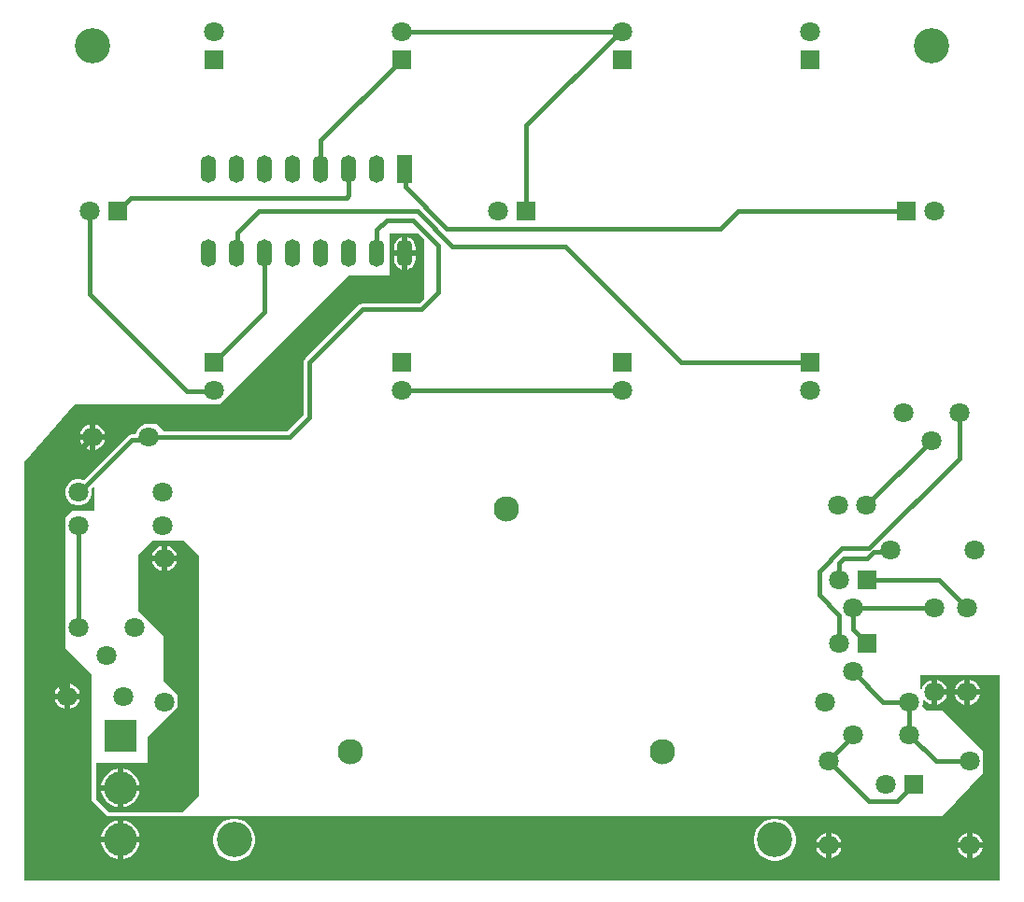
<source format=gtl>
G04*
G04 #@! TF.GenerationSoftware,Altium Limited,Altium Designer,22.1.2 (22)*
G04*
G04 Layer_Physical_Order=1*
G04 Layer_Color=255*
%FSLAX25Y25*%
%MOIN*%
G70*
G04*
G04 #@! TF.SameCoordinates,0AB73392-B4F8-4B41-AFD0-4ADCA8AC720B*
G04*
G04*
G04 #@! TF.FilePolarity,Positive*
G04*
G01*
G75*
%ADD13C,0.01575*%
%ADD23C,0.02362*%
%ADD24R,0.07087X0.07087*%
%ADD25C,0.07087*%
%ADD26R,0.07087X0.07087*%
%ADD27R,0.11811X0.11811*%
%ADD28C,0.11811*%
%ADD29C,0.12598*%
%ADD30C,0.09055*%
%ADD31R,0.05512X0.09843*%
%ADD32O,0.05512X0.09843*%
G36*
X143701Y230233D02*
Y208744D01*
X142082Y207125D01*
X121653D01*
X120886Y206972D01*
X120234Y206537D01*
X101337Y187640D01*
X100902Y186988D01*
X100749Y186221D01*
Y167367D01*
X94838Y161456D01*
X51143D01*
X48425Y164173D01*
X43701D01*
X43252Y163645D01*
X42532Y163229D01*
X41653Y162350D01*
X41031Y161272D01*
X40935Y160916D01*
X40525Y160432D01*
X39528D01*
X38759Y160280D01*
X38108Y159844D01*
X22367Y144103D01*
X22257Y144166D01*
X21055Y144488D01*
X19811D01*
X18609Y144166D01*
X17532Y143544D01*
X16653Y142665D01*
X16031Y141587D01*
X15709Y140386D01*
Y139142D01*
X16031Y137940D01*
X16653Y136863D01*
X17532Y135983D01*
X18609Y135361D01*
X19811Y135039D01*
X21055D01*
X22257Y135361D01*
X23334Y135983D01*
X24214Y136863D01*
X24836Y137940D01*
X25157Y139142D01*
Y140386D01*
X24982Y141041D01*
X25522Y141581D01*
X25984Y141390D01*
Y133071D01*
X18110D01*
X14961Y129921D01*
Y85039D01*
X25197Y74803D01*
Y29528D01*
X30709Y24016D01*
X328740D01*
X343307Y39370D01*
Y47244D01*
X328740Y61811D01*
X323228D01*
X321452Y63587D01*
X321654Y64339D01*
Y65499D01*
X321685Y65518D01*
X322152Y65636D01*
X322998Y64790D01*
X324034Y64192D01*
X324787Y63990D01*
Y68425D01*
Y72861D01*
X324034Y72659D01*
X322998Y72061D01*
X322152Y71215D01*
X321554Y70179D01*
X321366Y69479D01*
X320866Y69545D01*
Y74410D01*
X349213D01*
Y1181D01*
X1181D01*
X1181Y150471D01*
X19225Y171260D01*
X70866D01*
X116929Y217323D01*
X131496D01*
Y232252D01*
X141681D01*
X143701Y230233D01*
D02*
G37*
G36*
X63386Y117323D02*
Y31496D01*
X57480Y25591D01*
X31496D01*
X26772Y30315D01*
Y43307D01*
X45276D01*
Y52362D01*
X55905Y62992D01*
Y67323D01*
X50787Y72441D01*
Y88583D01*
X41732Y97638D01*
Y117323D01*
X46850Y122441D01*
X58268D01*
X63386Y117323D01*
D02*
G37*
%LPC*%
G36*
X137969Y230974D02*
Y226157D01*
X140757D01*
Y227323D01*
X140628Y228303D01*
X140249Y229217D01*
X139647Y230002D01*
X138863Y230604D01*
X137969Y230974D01*
D02*
G37*
G36*
X135968Y230974D02*
X135074Y230604D01*
X134290Y230002D01*
X133688Y229217D01*
X133309Y228303D01*
X133180Y227323D01*
Y226157D01*
X135968D01*
Y230974D01*
D02*
G37*
G36*
X140757Y224158D02*
X137969D01*
Y219341D01*
X138863Y219711D01*
X139647Y220313D01*
X140249Y221098D01*
X140628Y222012D01*
X140757Y222992D01*
Y224158D01*
D02*
G37*
G36*
X135968D02*
X133180D01*
Y222992D01*
X133309Y222012D01*
X133688Y221098D01*
X134290Y220313D01*
X135074Y219711D01*
X135968Y219341D01*
Y224158D01*
D02*
G37*
G36*
X26433Y163884D02*
Y160449D01*
X29869D01*
X29667Y161203D01*
X29069Y162239D01*
X28223Y163084D01*
X27187Y163682D01*
X26433Y163884D01*
D02*
G37*
G36*
X24433Y163884D02*
X23679Y163682D01*
X22643Y163084D01*
X21798Y162239D01*
X21199Y161203D01*
X20997Y160449D01*
X24433D01*
Y163884D01*
D02*
G37*
G36*
X29869Y158449D02*
X26433D01*
Y155013D01*
X27187Y155215D01*
X28223Y155813D01*
X29069Y156659D01*
X29667Y157695D01*
X29869Y158449D01*
D02*
G37*
G36*
X24433D02*
X20998D01*
X21199Y157695D01*
X21798Y156659D01*
X22643Y155813D01*
X23679Y155215D01*
X24433Y155013D01*
Y158449D01*
D02*
G37*
G36*
X338598Y72861D02*
Y69425D01*
X342034D01*
X341832Y70179D01*
X341234Y71215D01*
X340388Y72061D01*
X339352Y72659D01*
X338598Y72861D01*
D02*
G37*
G36*
X336598Y72861D02*
X335845Y72659D01*
X334809Y72061D01*
X333963Y71215D01*
X333365Y70179D01*
X333163Y69425D01*
X336598D01*
Y72861D01*
D02*
G37*
G36*
X326787Y72861D02*
Y69425D01*
X330223D01*
X330021Y70179D01*
X329423Y71215D01*
X328577Y72061D01*
X327541Y72659D01*
X326787Y72861D01*
D02*
G37*
G36*
X17417Y71365D02*
Y67929D01*
X20853D01*
X20651Y68683D01*
X20053Y69719D01*
X19207Y70565D01*
X18171Y71163D01*
X17417Y71365D01*
D02*
G37*
G36*
X15417Y71365D02*
X14664Y71163D01*
X13628Y70565D01*
X12782Y69719D01*
X12184Y68683D01*
X11982Y67929D01*
X15417D01*
Y71365D01*
D02*
G37*
G36*
X342034Y67425D02*
X338598D01*
Y63990D01*
X339352Y64192D01*
X340388Y64790D01*
X341234Y65636D01*
X341832Y66672D01*
X342034Y67425D01*
D02*
G37*
G36*
X330223Y67425D02*
X326787D01*
Y63990D01*
X327541Y64192D01*
X328577Y64790D01*
X329423Y65636D01*
X330021Y66672D01*
X330223Y67425D01*
D02*
G37*
G36*
X336598Y67425D02*
X333163D01*
X333365Y66672D01*
X333963Y65636D01*
X334809Y64790D01*
X335845Y64192D01*
X336598Y63990D01*
Y67425D01*
D02*
G37*
G36*
X20853Y65929D02*
X17417D01*
Y62493D01*
X18171Y62695D01*
X19207Y63294D01*
X20053Y64139D01*
X20651Y65175D01*
X20853Y65929D01*
D02*
G37*
G36*
X15417D02*
X11982D01*
X12184Y65175D01*
X12782Y64139D01*
X13628Y63294D01*
X14664Y62695D01*
X15417Y62493D01*
Y65929D01*
D02*
G37*
G36*
X36433Y22590D02*
Y16748D01*
X42275D01*
X42073Y17762D01*
X41553Y19019D01*
X40797Y20150D01*
X39835Y21112D01*
X38704Y21868D01*
X37447Y22388D01*
X36433Y22590D01*
D02*
G37*
G36*
X34433D02*
X33419Y22388D01*
X32162Y21868D01*
X31031Y21112D01*
X30069Y20150D01*
X29313Y19019D01*
X28793Y17762D01*
X28591Y16748D01*
X34433D01*
Y22590D01*
D02*
G37*
G36*
X289189Y18176D02*
Y14740D01*
X292625D01*
X292423Y15494D01*
X291825Y16530D01*
X290979Y17376D01*
X289943Y17974D01*
X289189Y18176D01*
D02*
G37*
G36*
X287189Y18176D02*
X286435Y17974D01*
X285399Y17376D01*
X284553Y16530D01*
X283955Y15494D01*
X283753Y14740D01*
X287189D01*
Y18176D01*
D02*
G37*
G36*
X339583Y18176D02*
Y14740D01*
X343018D01*
X342816Y15494D01*
X342218Y16530D01*
X341372Y17376D01*
X340336Y17974D01*
X339583Y18176D01*
D02*
G37*
G36*
X337583Y18176D02*
X336829Y17974D01*
X335793Y17376D01*
X334947Y16530D01*
X334349Y15494D01*
X334147Y14740D01*
X337583D01*
Y18176D01*
D02*
G37*
G36*
X292625Y12740D02*
X289189D01*
Y9305D01*
X289943Y9506D01*
X290979Y10105D01*
X291825Y10950D01*
X292423Y11987D01*
X292625Y12740D01*
D02*
G37*
G36*
X343018Y12740D02*
X339583D01*
Y9305D01*
X340336Y9506D01*
X341372Y10105D01*
X342218Y10950D01*
X342816Y11987D01*
X343018Y12740D01*
D02*
G37*
G36*
X337583D02*
X334147D01*
X334349Y11987D01*
X334947Y10950D01*
X335793Y10105D01*
X336829Y9506D01*
X337583Y9305D01*
Y12740D01*
D02*
G37*
G36*
X287189Y12740D02*
X283753D01*
X283955Y11987D01*
X284553Y10950D01*
X285399Y10105D01*
X286435Y9506D01*
X287189Y9305D01*
Y12740D01*
D02*
G37*
G36*
X42275Y14748D02*
X36433D01*
Y8906D01*
X37447Y9108D01*
X38704Y9628D01*
X39835Y10384D01*
X40797Y11346D01*
X41553Y12477D01*
X42073Y13734D01*
X42275Y14748D01*
D02*
G37*
G36*
X34433D02*
X28591D01*
X28793Y13734D01*
X29313Y12477D01*
X30069Y11346D01*
X31031Y10384D01*
X32162Y9628D01*
X33419Y9108D01*
X34433Y8906D01*
Y14748D01*
D02*
G37*
G36*
X269634Y23228D02*
X268161D01*
X266716Y22941D01*
X265354Y22377D01*
X264129Y21558D01*
X263087Y20516D01*
X262269Y19291D01*
X261705Y17930D01*
X261417Y16485D01*
Y15011D01*
X261705Y13566D01*
X262269Y12205D01*
X263087Y10980D01*
X264129Y9938D01*
X265354Y9119D01*
X266716Y8555D01*
X268161Y8268D01*
X269634D01*
X271079Y8555D01*
X272441Y9119D01*
X273666Y9938D01*
X274708Y10980D01*
X275527Y12205D01*
X276091Y13566D01*
X276378Y15011D01*
Y16485D01*
X276091Y17930D01*
X275527Y19291D01*
X274708Y20516D01*
X273666Y21558D01*
X272441Y22377D01*
X271079Y22941D01*
X269634Y23228D01*
D02*
G37*
G36*
X76721D02*
X75248D01*
X73802Y22941D01*
X72441Y22377D01*
X71216Y21558D01*
X70174Y20516D01*
X69355Y19291D01*
X68791Y17930D01*
X68504Y16485D01*
Y15011D01*
X68791Y13566D01*
X69355Y12205D01*
X70174Y10980D01*
X71216Y9938D01*
X72441Y9119D01*
X73802Y8555D01*
X75248Y8268D01*
X76721D01*
X78166Y8555D01*
X79527Y9119D01*
X80753Y9938D01*
X81795Y10980D01*
X82613Y12205D01*
X83177Y13566D01*
X83465Y15011D01*
Y16485D01*
X83177Y17930D01*
X82613Y19291D01*
X81795Y20516D01*
X80753Y21558D01*
X79527Y22377D01*
X78166Y22941D01*
X76721Y23228D01*
D02*
G37*
G36*
X52181Y120577D02*
Y117142D01*
X55617D01*
X55415Y117895D01*
X54817Y118931D01*
X53971Y119777D01*
X52935Y120375D01*
X52181Y120577D01*
D02*
G37*
G36*
X50181Y120577D02*
X49428Y120375D01*
X48392Y119777D01*
X47546Y118931D01*
X46947Y117895D01*
X46745Y117142D01*
X50181D01*
Y120577D01*
D02*
G37*
G36*
Y115142D02*
X46745D01*
X46947Y114388D01*
X47546Y113352D01*
X48392Y112506D01*
X49428Y111908D01*
X50181Y111706D01*
Y115142D01*
D02*
G37*
G36*
X55617D02*
X52181D01*
Y111706D01*
X52935Y111908D01*
X53971Y112506D01*
X54817Y113352D01*
X55415Y114388D01*
X55617Y115142D01*
D02*
G37*
G36*
X36433Y41094D02*
Y35252D01*
X42275D01*
X42073Y36266D01*
X41553Y37523D01*
X40797Y38654D01*
X39835Y39616D01*
X38704Y40372D01*
X37447Y40892D01*
X36433Y41094D01*
D02*
G37*
G36*
X34433D02*
X33419Y40892D01*
X32162Y40372D01*
X31031Y39616D01*
X30069Y38654D01*
X29313Y37523D01*
X28793Y36266D01*
X28591Y35252D01*
X34433D01*
Y41094D01*
D02*
G37*
G36*
X42275Y33252D02*
X36433D01*
Y27410D01*
X37447Y27612D01*
X38704Y28132D01*
X39835Y28888D01*
X40797Y29850D01*
X41553Y30981D01*
X42073Y32238D01*
X42275Y33252D01*
D02*
G37*
G36*
X34433D02*
X28591D01*
X28793Y32238D01*
X29313Y30981D01*
X30069Y29850D01*
X31031Y28888D01*
X32162Y28132D01*
X33419Y27612D01*
X34433Y27410D01*
Y33252D01*
D02*
G37*
%LPD*%
D13*
X213661Y304213D02*
X214567D01*
X148819Y211024D02*
Y227953D01*
X130315Y237008D02*
X139764D01*
X148819Y227953D01*
X84646Y240158D02*
X141339D01*
X153937Y227559D02*
X194077D01*
X141339Y240158D02*
X153937Y227559D01*
X151969Y233858D02*
X249606D01*
X137030Y248797D02*
X151969Y233858D01*
X136969Y255157D02*
X137030Y255096D01*
Y248797D02*
Y255096D01*
X39252Y244882D02*
X116007D01*
X116929Y245804D01*
X20866Y139764D02*
X39528Y158425D01*
X44409D01*
X20433Y139764D02*
X20866D01*
X44409Y158425D02*
X45433Y159449D01*
X126969Y233661D02*
X130315Y237008D01*
X126969Y225157D02*
Y233661D01*
X142913Y205118D02*
X148819Y211024D01*
X121653Y205118D02*
X142913D01*
X102756Y186221D02*
X121653Y205118D01*
X135827Y304213D02*
X213661D01*
X180197Y270748D02*
X213661Y304213D01*
X180197Y240158D02*
Y270748D01*
X255906Y240158D02*
X315866D01*
X249606Y233858D02*
X255906Y240158D01*
X325728Y98484D02*
X325787Y98425D01*
X327480Y108543D02*
X337598Y98425D01*
X293602Y116142D02*
X301753D01*
X291850Y114390D02*
X293602Y116142D01*
X235534Y186102D02*
X281496D01*
X301496Y135039D02*
X324764Y158307D01*
X324803D01*
X301457Y135039D02*
X301496D01*
X316929Y53150D02*
X326339Y43740D01*
X296850Y75709D02*
X307598Y64961D01*
X286929D02*
X287107Y64783D01*
X316929Y53150D02*
Y64961D01*
X307598D02*
X316929D01*
X312480Y29528D02*
X318386Y35433D01*
X288189Y44075D02*
X296929Y52815D01*
X288189Y43740D02*
Y44075D01*
Y43740D02*
X302402Y29528D01*
X296929Y52815D02*
Y53150D01*
X302402Y29528D02*
X312480D01*
X284646Y103108D02*
Y111478D01*
Y103108D02*
X291850Y95903D01*
X296850Y90709D02*
X301850Y85709D01*
X296850Y98543D02*
X296909Y98484D01*
X291850Y85709D02*
Y95903D01*
X296850Y90709D02*
Y98543D01*
X291850Y108543D02*
Y114390D01*
X20433Y127953D02*
X20472Y127913D01*
Y91575D02*
Y127913D01*
Y91575D02*
X20512Y91535D01*
X116929Y245804D02*
Y255118D01*
X116969Y255157D01*
X106968D02*
Y265354D01*
X45433Y159449D02*
X95669D01*
X68779Y175984D02*
X68898Y176102D01*
X59055Y175984D02*
X68779D01*
X95669Y159449D02*
X102756Y166535D01*
X304291Y118680D02*
X309684D01*
X301753Y116142D02*
X304291Y118680D01*
X284646Y111478D02*
X292852Y119685D01*
X302362D01*
X309684Y118680D02*
X310197Y119193D01*
X301850Y108543D02*
X327480D01*
X296909Y98484D02*
X325728D01*
X326339Y43740D02*
X338583D01*
X334646Y151969D02*
Y168150D01*
X334803Y168307D01*
X302362Y119685D02*
X334646Y151969D01*
X86968Y204173D02*
Y225157D01*
X77165Y232677D02*
X84646Y240158D01*
X77165Y225354D02*
Y232677D01*
X68898Y186102D02*
X86968Y204173D01*
X76968Y225157D02*
X77165Y225354D01*
X135827Y176102D02*
X214567D01*
X102756Y166535D02*
Y186221D01*
X106968Y265354D02*
X135827Y294213D01*
X194077Y227559D02*
X235534Y186102D01*
X24528Y210512D02*
Y240158D01*
Y210512D02*
X59055Y175984D01*
X34528Y240158D02*
X39252Y244882D01*
D23*
X16417Y66929D02*
Y68208D01*
X14410Y70215D02*
X16417Y68208D01*
X14410Y70215D02*
Y148425D01*
X25433Y159449D01*
X49903Y64961D02*
X51181D01*
D24*
X135827Y294213D02*
D03*
Y186102D02*
D03*
X214567Y294213D02*
D03*
Y186102D02*
D03*
X281496D02*
D03*
X68898D02*
D03*
X281496Y294213D02*
D03*
X68898D02*
D03*
X318386Y35433D02*
D03*
X301850Y108543D02*
D03*
Y85709D02*
D03*
D25*
X135827Y304213D02*
D03*
Y176102D02*
D03*
X214567Y304213D02*
D03*
Y176102D02*
D03*
X325866Y240158D02*
D03*
X170197Y240158D02*
D03*
X281496Y176102D02*
D03*
X68898D02*
D03*
X24528Y240158D02*
D03*
X281496Y304213D02*
D03*
X338583Y13740D02*
D03*
Y43740D02*
D03*
X36417Y66929D02*
D03*
X16417D02*
D03*
X316929Y64961D02*
D03*
X286929D02*
D03*
X25433Y159449D02*
D03*
X45433D02*
D03*
X337598Y68425D02*
D03*
Y98425D02*
D03*
X288189Y43740D02*
D03*
Y13740D02*
D03*
X324803Y158307D02*
D03*
X314803Y168307D02*
D03*
X334803D02*
D03*
X51181Y116142D02*
D03*
Y64961D02*
D03*
X340197Y119193D02*
D03*
X310197D02*
D03*
X20433Y127953D02*
D03*
X50433D02*
D03*
Y139764D02*
D03*
X20433D02*
D03*
X291457Y135039D02*
D03*
X301457D02*
D03*
X68898Y304213D02*
D03*
X308386Y35433D02*
D03*
X291850Y108543D02*
D03*
X296850Y98543D02*
D03*
X325787Y98425D02*
D03*
Y68425D02*
D03*
X296929Y53150D02*
D03*
X316929D02*
D03*
X296850Y75709D02*
D03*
X291850Y85709D02*
D03*
X40512Y91535D02*
D03*
X20512D02*
D03*
X30512Y81535D02*
D03*
D26*
X315866Y240158D02*
D03*
X180197Y240158D02*
D03*
X34528Y240158D02*
D03*
D27*
X35433Y52756D02*
D03*
D28*
Y34252D02*
D03*
Y15748D02*
D03*
D29*
X268898D02*
D03*
X75984D02*
D03*
X25591Y299213D02*
D03*
X324803D02*
D03*
D30*
X117520Y47244D02*
D03*
X228937D02*
D03*
X173228Y133858D02*
D03*
D31*
X136969Y255157D02*
D03*
D32*
X126969D02*
D03*
X116969D02*
D03*
X106968D02*
D03*
X96969D02*
D03*
X86968D02*
D03*
X76968D02*
D03*
X66969D02*
D03*
X136969Y225157D02*
D03*
X126969D02*
D03*
X116969D02*
D03*
X106968D02*
D03*
X96969D02*
D03*
X86968D02*
D03*
X76968D02*
D03*
X66969D02*
D03*
M02*

</source>
